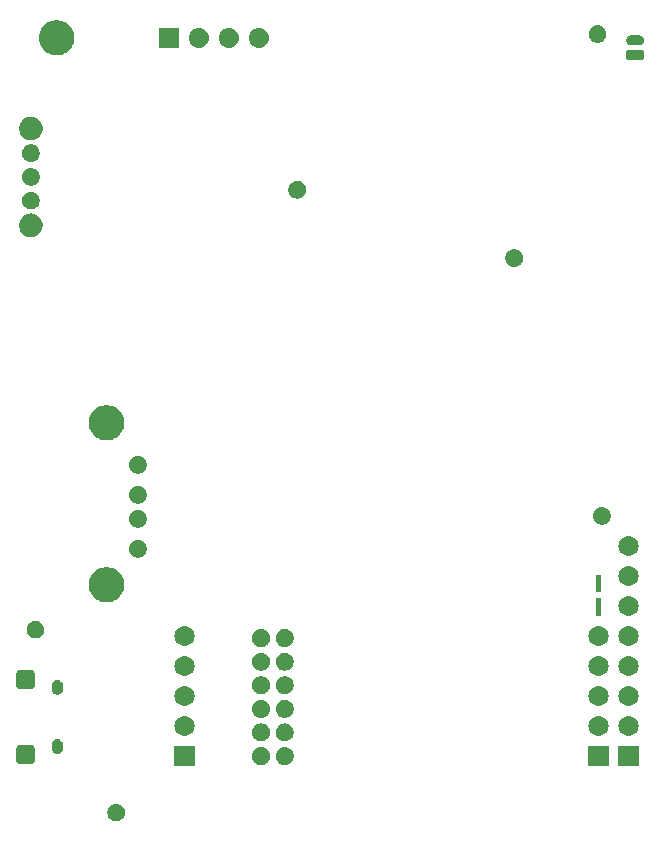
<source format=gbr>
G04 #@! TF.GenerationSoftware,KiCad,Pcbnew,(6.0.0-rc1-dev-1413-ga48e89956)*
G04 #@! TF.CreationDate,2019-10-25T11:37:15-06:00
G04 #@! TF.ProjectId,HAT_ver_6.0,4841545f-7665-4725-9f36-2e302e6b6963,5.1.1*
G04 #@! TF.SameCoordinates,Original*
G04 #@! TF.FileFunction,Soldermask,Bot*
G04 #@! TF.FilePolarity,Negative*
%FSLAX46Y46*%
G04 Gerber Fmt 4.6, Leading zero omitted, Abs format (unit mm)*
G04 Created by KiCad (PCBNEW (6.0.0-rc1-dev-1413-ga48e89956)) date Friday, October 25, 2019 at 11:37:15 AM*
%MOMM*%
%LPD*%
G04 APERTURE LIST*
%ADD10C,0.100000*%
G04 APERTURE END LIST*
D10*
G36*
X139084318Y-131471411D02*
G01*
X139156767Y-131485822D01*
X139213303Y-131509240D01*
X139293257Y-131542358D01*
X139416100Y-131624439D01*
X139520561Y-131728900D01*
X139602642Y-131851743D01*
X139659178Y-131988234D01*
X139688000Y-132133130D01*
X139688000Y-132280870D01*
X139659178Y-132425766D01*
X139602642Y-132562257D01*
X139520561Y-132685100D01*
X139416100Y-132789561D01*
X139293257Y-132871642D01*
X139213303Y-132904760D01*
X139156767Y-132928178D01*
X139084318Y-132942589D01*
X139011870Y-132957000D01*
X138864130Y-132957000D01*
X138791682Y-132942589D01*
X138719233Y-132928178D01*
X138662697Y-132904760D01*
X138582743Y-132871642D01*
X138459900Y-132789561D01*
X138355439Y-132685100D01*
X138273358Y-132562257D01*
X138216822Y-132425766D01*
X138188000Y-132280870D01*
X138188000Y-132133130D01*
X138216822Y-131988234D01*
X138273358Y-131851743D01*
X138355439Y-131728900D01*
X138459900Y-131624439D01*
X138582743Y-131542358D01*
X138662697Y-131509240D01*
X138719233Y-131485822D01*
X138791682Y-131471411D01*
X138864130Y-131457000D01*
X139011870Y-131457000D01*
X139084318Y-131471411D01*
X139084318Y-131471411D01*
G37*
G36*
X183171200Y-128272000D02*
G01*
X181471200Y-128272000D01*
X181471200Y-126572000D01*
X183171200Y-126572000D01*
X183171200Y-128272000D01*
X183171200Y-128272000D01*
G37*
G36*
X180631200Y-128272000D02*
G01*
X178931200Y-128272000D01*
X178931200Y-126572000D01*
X180631200Y-126572000D01*
X180631200Y-128272000D01*
X180631200Y-128272000D01*
G37*
G36*
X145579200Y-128272000D02*
G01*
X143879200Y-128272000D01*
X143879200Y-126572000D01*
X145579200Y-126572000D01*
X145579200Y-128272000D01*
X145579200Y-128272000D01*
G37*
G36*
X153376195Y-126685522D02*
G01*
X153425267Y-126695283D01*
X153498251Y-126725514D01*
X153563942Y-126752724D01*
X153688750Y-126836118D01*
X153794882Y-126942250D01*
X153794884Y-126942253D01*
X153878276Y-127067058D01*
X153935717Y-127205733D01*
X153965000Y-127352950D01*
X153965000Y-127503050D01*
X153935717Y-127650267D01*
X153878276Y-127788942D01*
X153794882Y-127913750D01*
X153688750Y-128019882D01*
X153688747Y-128019884D01*
X153563942Y-128103276D01*
X153425267Y-128160717D01*
X153376195Y-128170478D01*
X153278052Y-128190000D01*
X153127948Y-128190000D01*
X153029805Y-128170478D01*
X152980733Y-128160717D01*
X152842058Y-128103276D01*
X152717253Y-128019884D01*
X152717250Y-128019882D01*
X152611118Y-127913750D01*
X152527724Y-127788942D01*
X152470283Y-127650267D01*
X152441000Y-127503050D01*
X152441000Y-127352950D01*
X152470283Y-127205733D01*
X152527724Y-127067058D01*
X152611116Y-126942253D01*
X152611118Y-126942250D01*
X152717250Y-126836118D01*
X152842058Y-126752724D01*
X152907749Y-126725514D01*
X152980733Y-126695283D01*
X153029805Y-126685522D01*
X153127948Y-126666000D01*
X153278052Y-126666000D01*
X153376195Y-126685522D01*
X153376195Y-126685522D01*
G37*
G36*
X151376195Y-126685522D02*
G01*
X151425267Y-126695283D01*
X151498251Y-126725514D01*
X151563942Y-126752724D01*
X151688750Y-126836118D01*
X151794882Y-126942250D01*
X151794884Y-126942253D01*
X151878276Y-127067058D01*
X151935717Y-127205733D01*
X151965000Y-127352950D01*
X151965000Y-127503050D01*
X151935717Y-127650267D01*
X151878276Y-127788942D01*
X151794882Y-127913750D01*
X151688750Y-128019882D01*
X151688747Y-128019884D01*
X151563942Y-128103276D01*
X151425267Y-128160717D01*
X151376195Y-128170478D01*
X151278052Y-128190000D01*
X151127948Y-128190000D01*
X151029805Y-128170478D01*
X150980733Y-128160717D01*
X150842058Y-128103276D01*
X150717253Y-128019884D01*
X150717250Y-128019882D01*
X150611118Y-127913750D01*
X150527724Y-127788942D01*
X150470283Y-127650267D01*
X150441000Y-127503050D01*
X150441000Y-127352950D01*
X150470283Y-127205733D01*
X150527724Y-127067058D01*
X150611116Y-126942253D01*
X150611118Y-126942250D01*
X150717250Y-126836118D01*
X150842058Y-126752724D01*
X150907749Y-126725514D01*
X150980733Y-126695283D01*
X151029805Y-126685522D01*
X151127948Y-126666000D01*
X151278052Y-126666000D01*
X151376195Y-126685522D01*
X151376195Y-126685522D01*
G37*
G36*
X131780486Y-126470638D02*
G01*
X131841342Y-126489098D01*
X131897426Y-126519076D01*
X131946582Y-126559418D01*
X131986924Y-126608574D01*
X132016902Y-126664658D01*
X132035362Y-126725514D01*
X132042200Y-126794941D01*
X132042200Y-127782659D01*
X132035362Y-127852086D01*
X132016902Y-127912942D01*
X131986924Y-127969026D01*
X131946582Y-128018182D01*
X131897426Y-128058524D01*
X131841342Y-128088502D01*
X131780486Y-128106962D01*
X131711059Y-128113800D01*
X130823341Y-128113800D01*
X130753914Y-128106962D01*
X130693058Y-128088502D01*
X130636974Y-128058524D01*
X130587818Y-128018182D01*
X130547476Y-127969026D01*
X130517498Y-127912942D01*
X130499038Y-127852086D01*
X130492200Y-127782659D01*
X130492200Y-126794941D01*
X130499038Y-126725514D01*
X130517498Y-126664658D01*
X130547476Y-126608574D01*
X130587818Y-126559418D01*
X130636974Y-126519076D01*
X130693058Y-126489098D01*
X130753914Y-126470638D01*
X130823341Y-126463800D01*
X131711059Y-126463800D01*
X131780486Y-126470638D01*
X131780486Y-126470638D01*
G37*
G36*
X134060315Y-125995673D02*
G01*
X134112880Y-126011618D01*
X134149857Y-126022835D01*
X134232368Y-126066938D01*
X134232369Y-126066939D01*
X134232373Y-126066941D01*
X134304701Y-126126299D01*
X134304702Y-126126301D01*
X134304704Y-126126302D01*
X134364060Y-126198627D01*
X134408165Y-126281142D01*
X134435327Y-126370685D01*
X134442200Y-126440467D01*
X134442200Y-126787132D01*
X134435327Y-126856915D01*
X134408165Y-126946458D01*
X134364060Y-127028973D01*
X134304701Y-127101301D01*
X134232373Y-127160660D01*
X134149858Y-127204765D01*
X134112881Y-127215982D01*
X134060316Y-127231927D01*
X133967200Y-127241098D01*
X133874085Y-127231927D01*
X133821520Y-127215982D01*
X133784543Y-127204765D01*
X133702028Y-127160660D01*
X133629700Y-127101301D01*
X133570342Y-127028974D01*
X133526234Y-126946455D01*
X133499073Y-126856915D01*
X133492200Y-126787133D01*
X133492200Y-126440468D01*
X133499073Y-126370686D01*
X133499074Y-126370684D01*
X133526234Y-126281147D01*
X133526235Y-126281143D01*
X133570338Y-126198632D01*
X133570339Y-126198631D01*
X133570341Y-126198627D01*
X133629699Y-126126299D01*
X133629701Y-126126298D01*
X133629702Y-126126296D01*
X133702027Y-126066940D01*
X133784542Y-126022835D01*
X133821519Y-126011618D01*
X133874084Y-125995673D01*
X133967200Y-125986502D01*
X134060315Y-125995673D01*
X134060315Y-125995673D01*
G37*
G36*
X151376195Y-124685522D02*
G01*
X151425267Y-124695283D01*
X151563942Y-124752724D01*
X151688750Y-124836118D01*
X151794882Y-124942250D01*
X151878276Y-125067058D01*
X151935717Y-125205734D01*
X151965000Y-125352948D01*
X151965000Y-125503052D01*
X151947273Y-125592169D01*
X151935717Y-125650267D01*
X151901862Y-125732000D01*
X151878276Y-125788942D01*
X151794882Y-125913750D01*
X151688750Y-126019882D01*
X151688747Y-126019884D01*
X151563942Y-126103276D01*
X151425267Y-126160717D01*
X151376195Y-126170478D01*
X151278052Y-126190000D01*
X151127948Y-126190000D01*
X151029805Y-126170478D01*
X150980733Y-126160717D01*
X150842058Y-126103276D01*
X150717253Y-126019884D01*
X150717250Y-126019882D01*
X150611118Y-125913750D01*
X150527724Y-125788942D01*
X150504138Y-125732000D01*
X150470283Y-125650267D01*
X150458727Y-125592169D01*
X150441000Y-125503052D01*
X150441000Y-125352948D01*
X150470283Y-125205734D01*
X150527724Y-125067058D01*
X150611118Y-124942250D01*
X150717250Y-124836118D01*
X150842058Y-124752724D01*
X150980733Y-124695283D01*
X151029805Y-124685522D01*
X151127948Y-124666000D01*
X151278052Y-124666000D01*
X151376195Y-124685522D01*
X151376195Y-124685522D01*
G37*
G36*
X153376195Y-124685522D02*
G01*
X153425267Y-124695283D01*
X153563942Y-124752724D01*
X153688750Y-124836118D01*
X153794882Y-124942250D01*
X153878276Y-125067058D01*
X153935717Y-125205734D01*
X153965000Y-125352948D01*
X153965000Y-125503052D01*
X153947273Y-125592169D01*
X153935717Y-125650267D01*
X153901862Y-125732000D01*
X153878276Y-125788942D01*
X153794882Y-125913750D01*
X153688750Y-126019882D01*
X153688747Y-126019884D01*
X153563942Y-126103276D01*
X153425267Y-126160717D01*
X153376195Y-126170478D01*
X153278052Y-126190000D01*
X153127948Y-126190000D01*
X153029805Y-126170478D01*
X152980733Y-126160717D01*
X152842058Y-126103276D01*
X152717253Y-126019884D01*
X152717250Y-126019882D01*
X152611118Y-125913750D01*
X152527724Y-125788942D01*
X152504138Y-125732000D01*
X152470283Y-125650267D01*
X152458727Y-125592169D01*
X152441000Y-125503052D01*
X152441000Y-125352948D01*
X152470283Y-125205734D01*
X152527724Y-125067058D01*
X152611118Y-124942250D01*
X152717250Y-124836118D01*
X152842058Y-124752724D01*
X152980733Y-124695283D01*
X153029805Y-124685522D01*
X153127948Y-124666000D01*
X153278052Y-124666000D01*
X153376195Y-124685522D01*
X153376195Y-124685522D01*
G37*
G36*
X182487830Y-124044299D02*
G01*
X182648055Y-124092903D01*
X182795720Y-124171831D01*
X182925149Y-124278051D01*
X183031369Y-124407480D01*
X183110297Y-124555145D01*
X183158901Y-124715370D01*
X183175312Y-124882000D01*
X183158901Y-125048630D01*
X183110297Y-125208855D01*
X183031369Y-125356520D01*
X182925149Y-125485949D01*
X182795720Y-125592169D01*
X182648055Y-125671097D01*
X182487830Y-125719701D01*
X182362952Y-125732000D01*
X182279448Y-125732000D01*
X182154570Y-125719701D01*
X181994345Y-125671097D01*
X181846680Y-125592169D01*
X181717251Y-125485949D01*
X181611031Y-125356520D01*
X181532103Y-125208855D01*
X181483499Y-125048630D01*
X181467088Y-124882000D01*
X181483499Y-124715370D01*
X181532103Y-124555145D01*
X181611031Y-124407480D01*
X181717251Y-124278051D01*
X181846680Y-124171831D01*
X181994345Y-124092903D01*
X182154570Y-124044299D01*
X182279448Y-124032000D01*
X182362952Y-124032000D01*
X182487830Y-124044299D01*
X182487830Y-124044299D01*
G37*
G36*
X179947830Y-124044299D02*
G01*
X180108055Y-124092903D01*
X180255720Y-124171831D01*
X180385149Y-124278051D01*
X180491369Y-124407480D01*
X180570297Y-124555145D01*
X180618901Y-124715370D01*
X180635312Y-124882000D01*
X180618901Y-125048630D01*
X180570297Y-125208855D01*
X180491369Y-125356520D01*
X180385149Y-125485949D01*
X180255720Y-125592169D01*
X180108055Y-125671097D01*
X179947830Y-125719701D01*
X179822952Y-125732000D01*
X179739448Y-125732000D01*
X179614570Y-125719701D01*
X179454345Y-125671097D01*
X179306680Y-125592169D01*
X179177251Y-125485949D01*
X179071031Y-125356520D01*
X178992103Y-125208855D01*
X178943499Y-125048630D01*
X178927088Y-124882000D01*
X178943499Y-124715370D01*
X178992103Y-124555145D01*
X179071031Y-124407480D01*
X179177251Y-124278051D01*
X179306680Y-124171831D01*
X179454345Y-124092903D01*
X179614570Y-124044299D01*
X179739448Y-124032000D01*
X179822952Y-124032000D01*
X179947830Y-124044299D01*
X179947830Y-124044299D01*
G37*
G36*
X144895830Y-124044299D02*
G01*
X145056055Y-124092903D01*
X145203720Y-124171831D01*
X145333149Y-124278051D01*
X145439369Y-124407480D01*
X145518297Y-124555145D01*
X145566901Y-124715370D01*
X145583312Y-124882000D01*
X145566901Y-125048630D01*
X145518297Y-125208855D01*
X145439369Y-125356520D01*
X145333149Y-125485949D01*
X145203720Y-125592169D01*
X145056055Y-125671097D01*
X144895830Y-125719701D01*
X144770952Y-125732000D01*
X144687448Y-125732000D01*
X144562570Y-125719701D01*
X144402345Y-125671097D01*
X144254680Y-125592169D01*
X144125251Y-125485949D01*
X144019031Y-125356520D01*
X143940103Y-125208855D01*
X143891499Y-125048630D01*
X143875088Y-124882000D01*
X143891499Y-124715370D01*
X143940103Y-124555145D01*
X144019031Y-124407480D01*
X144125251Y-124278051D01*
X144254680Y-124171831D01*
X144402345Y-124092903D01*
X144562570Y-124044299D01*
X144687448Y-124032000D01*
X144770952Y-124032000D01*
X144895830Y-124044299D01*
X144895830Y-124044299D01*
G37*
G36*
X153376195Y-122685522D02*
G01*
X153425267Y-122695283D01*
X153563942Y-122752724D01*
X153688750Y-122836118D01*
X153794882Y-122942250D01*
X153794884Y-122942253D01*
X153878276Y-123067058D01*
X153930029Y-123192000D01*
X153935717Y-123205734D01*
X153965000Y-123352948D01*
X153965000Y-123503052D01*
X153935717Y-123650266D01*
X153878276Y-123788942D01*
X153794882Y-123913750D01*
X153688750Y-124019882D01*
X153688747Y-124019884D01*
X153563942Y-124103276D01*
X153425267Y-124160717D01*
X153376195Y-124170478D01*
X153278052Y-124190000D01*
X153127948Y-124190000D01*
X153029805Y-124170478D01*
X152980733Y-124160717D01*
X152842058Y-124103276D01*
X152717253Y-124019884D01*
X152717250Y-124019882D01*
X152611118Y-123913750D01*
X152527724Y-123788942D01*
X152470283Y-123650266D01*
X152441000Y-123503052D01*
X152441000Y-123352948D01*
X152470283Y-123205734D01*
X152475972Y-123192000D01*
X152527724Y-123067058D01*
X152611116Y-122942253D01*
X152611118Y-122942250D01*
X152717250Y-122836118D01*
X152842058Y-122752724D01*
X152980733Y-122695283D01*
X153029805Y-122685522D01*
X153127948Y-122666000D01*
X153278052Y-122666000D01*
X153376195Y-122685522D01*
X153376195Y-122685522D01*
G37*
G36*
X151376195Y-122685522D02*
G01*
X151425267Y-122695283D01*
X151563942Y-122752724D01*
X151688750Y-122836118D01*
X151794882Y-122942250D01*
X151794884Y-122942253D01*
X151878276Y-123067058D01*
X151930029Y-123192000D01*
X151935717Y-123205734D01*
X151965000Y-123352948D01*
X151965000Y-123503052D01*
X151935717Y-123650266D01*
X151878276Y-123788942D01*
X151794882Y-123913750D01*
X151688750Y-124019882D01*
X151688747Y-124019884D01*
X151563942Y-124103276D01*
X151425267Y-124160717D01*
X151376195Y-124170478D01*
X151278052Y-124190000D01*
X151127948Y-124190000D01*
X151029805Y-124170478D01*
X150980733Y-124160717D01*
X150842058Y-124103276D01*
X150717253Y-124019884D01*
X150717250Y-124019882D01*
X150611118Y-123913750D01*
X150527724Y-123788942D01*
X150470283Y-123650266D01*
X150441000Y-123503052D01*
X150441000Y-123352948D01*
X150470283Y-123205734D01*
X150475972Y-123192000D01*
X150527724Y-123067058D01*
X150611116Y-122942253D01*
X150611118Y-122942250D01*
X150717250Y-122836118D01*
X150842058Y-122752724D01*
X150980733Y-122695283D01*
X151029805Y-122685522D01*
X151127948Y-122666000D01*
X151278052Y-122666000D01*
X151376195Y-122685522D01*
X151376195Y-122685522D01*
G37*
G36*
X144895830Y-121504299D02*
G01*
X145056055Y-121552903D01*
X145203720Y-121631831D01*
X145333149Y-121738051D01*
X145439369Y-121867480D01*
X145518297Y-122015145D01*
X145566901Y-122175370D01*
X145583312Y-122342000D01*
X145566901Y-122508630D01*
X145518297Y-122668855D01*
X145439369Y-122816520D01*
X145333149Y-122945949D01*
X145203720Y-123052169D01*
X145056055Y-123131097D01*
X144895830Y-123179701D01*
X144770952Y-123192000D01*
X144687448Y-123192000D01*
X144562570Y-123179701D01*
X144402345Y-123131097D01*
X144254680Y-123052169D01*
X144125251Y-122945949D01*
X144019031Y-122816520D01*
X143940103Y-122668855D01*
X143891499Y-122508630D01*
X143875088Y-122342000D01*
X143891499Y-122175370D01*
X143940103Y-122015145D01*
X144019031Y-121867480D01*
X144125251Y-121738051D01*
X144254680Y-121631831D01*
X144402345Y-121552903D01*
X144562570Y-121504299D01*
X144687448Y-121492000D01*
X144770952Y-121492000D01*
X144895830Y-121504299D01*
X144895830Y-121504299D01*
G37*
G36*
X179947830Y-121504299D02*
G01*
X180108055Y-121552903D01*
X180255720Y-121631831D01*
X180385149Y-121738051D01*
X180491369Y-121867480D01*
X180570297Y-122015145D01*
X180618901Y-122175370D01*
X180635312Y-122342000D01*
X180618901Y-122508630D01*
X180570297Y-122668855D01*
X180491369Y-122816520D01*
X180385149Y-122945949D01*
X180255720Y-123052169D01*
X180108055Y-123131097D01*
X179947830Y-123179701D01*
X179822952Y-123192000D01*
X179739448Y-123192000D01*
X179614570Y-123179701D01*
X179454345Y-123131097D01*
X179306680Y-123052169D01*
X179177251Y-122945949D01*
X179071031Y-122816520D01*
X178992103Y-122668855D01*
X178943499Y-122508630D01*
X178927088Y-122342000D01*
X178943499Y-122175370D01*
X178992103Y-122015145D01*
X179071031Y-121867480D01*
X179177251Y-121738051D01*
X179306680Y-121631831D01*
X179454345Y-121552903D01*
X179614570Y-121504299D01*
X179739448Y-121492000D01*
X179822952Y-121492000D01*
X179947830Y-121504299D01*
X179947830Y-121504299D01*
G37*
G36*
X182487830Y-121504299D02*
G01*
X182648055Y-121552903D01*
X182795720Y-121631831D01*
X182925149Y-121738051D01*
X183031369Y-121867480D01*
X183110297Y-122015145D01*
X183158901Y-122175370D01*
X183175312Y-122342000D01*
X183158901Y-122508630D01*
X183110297Y-122668855D01*
X183031369Y-122816520D01*
X182925149Y-122945949D01*
X182795720Y-123052169D01*
X182648055Y-123131097D01*
X182487830Y-123179701D01*
X182362952Y-123192000D01*
X182279448Y-123192000D01*
X182154570Y-123179701D01*
X181994345Y-123131097D01*
X181846680Y-123052169D01*
X181717251Y-122945949D01*
X181611031Y-122816520D01*
X181532103Y-122668855D01*
X181483499Y-122508630D01*
X181467088Y-122342000D01*
X181483499Y-122175370D01*
X181532103Y-122015145D01*
X181611031Y-121867480D01*
X181717251Y-121738051D01*
X181846680Y-121631831D01*
X181994345Y-121552903D01*
X182154570Y-121504299D01*
X182279448Y-121492000D01*
X182362952Y-121492000D01*
X182487830Y-121504299D01*
X182487830Y-121504299D01*
G37*
G36*
X134060315Y-120995673D02*
G01*
X134112880Y-121011618D01*
X134149857Y-121022835D01*
X134232368Y-121066938D01*
X134232369Y-121066939D01*
X134232373Y-121066941D01*
X134304701Y-121126299D01*
X134304702Y-121126301D01*
X134304704Y-121126302D01*
X134364060Y-121198627D01*
X134408165Y-121281142D01*
X134435327Y-121370685D01*
X134442200Y-121440467D01*
X134442200Y-121787132D01*
X134435327Y-121856915D01*
X134408165Y-121946458D01*
X134364060Y-122028973D01*
X134304701Y-122101301D01*
X134232373Y-122160660D01*
X134149858Y-122204765D01*
X134112881Y-122215982D01*
X134060316Y-122231927D01*
X133967200Y-122241098D01*
X133874085Y-122231927D01*
X133821520Y-122215982D01*
X133784543Y-122204765D01*
X133702028Y-122160660D01*
X133629700Y-122101301D01*
X133570342Y-122028974D01*
X133526234Y-121946455D01*
X133499073Y-121856915D01*
X133492200Y-121787133D01*
X133492200Y-121440468D01*
X133499073Y-121370686D01*
X133499074Y-121370684D01*
X133526234Y-121281147D01*
X133526235Y-121281143D01*
X133570338Y-121198632D01*
X133570339Y-121198631D01*
X133570341Y-121198627D01*
X133629699Y-121126299D01*
X133629701Y-121126298D01*
X133629702Y-121126296D01*
X133702027Y-121066940D01*
X133784542Y-121022835D01*
X133821519Y-121011618D01*
X133874084Y-120995673D01*
X133967200Y-120986502D01*
X134060315Y-120995673D01*
X134060315Y-120995673D01*
G37*
G36*
X153376195Y-120685522D02*
G01*
X153425267Y-120695283D01*
X153563942Y-120752724D01*
X153688750Y-120836118D01*
X153794882Y-120942250D01*
X153794884Y-120942253D01*
X153878276Y-121067058D01*
X153932776Y-121198632D01*
X153935717Y-121205734D01*
X153965000Y-121352948D01*
X153965000Y-121503052D01*
X153955084Y-121552903D01*
X153935717Y-121650267D01*
X153888690Y-121763800D01*
X153878276Y-121788942D01*
X153794882Y-121913750D01*
X153688750Y-122019882D01*
X153688747Y-122019884D01*
X153563942Y-122103276D01*
X153425267Y-122160717D01*
X153376195Y-122170478D01*
X153278052Y-122190000D01*
X153127948Y-122190000D01*
X153029805Y-122170478D01*
X152980733Y-122160717D01*
X152842058Y-122103276D01*
X152717253Y-122019884D01*
X152717250Y-122019882D01*
X152611118Y-121913750D01*
X152527724Y-121788942D01*
X152517310Y-121763800D01*
X152470283Y-121650267D01*
X152450916Y-121552903D01*
X152441000Y-121503052D01*
X152441000Y-121352948D01*
X152470283Y-121205734D01*
X152473225Y-121198632D01*
X152527724Y-121067058D01*
X152611116Y-120942253D01*
X152611118Y-120942250D01*
X152717250Y-120836118D01*
X152842058Y-120752724D01*
X152980733Y-120695283D01*
X153029805Y-120685522D01*
X153127948Y-120666000D01*
X153278052Y-120666000D01*
X153376195Y-120685522D01*
X153376195Y-120685522D01*
G37*
G36*
X151376195Y-120685522D02*
G01*
X151425267Y-120695283D01*
X151563942Y-120752724D01*
X151688750Y-120836118D01*
X151794882Y-120942250D01*
X151794884Y-120942253D01*
X151878276Y-121067058D01*
X151932776Y-121198632D01*
X151935717Y-121205734D01*
X151965000Y-121352948D01*
X151965000Y-121503052D01*
X151955084Y-121552903D01*
X151935717Y-121650267D01*
X151888690Y-121763800D01*
X151878276Y-121788942D01*
X151794882Y-121913750D01*
X151688750Y-122019882D01*
X151688747Y-122019884D01*
X151563942Y-122103276D01*
X151425267Y-122160717D01*
X151376195Y-122170478D01*
X151278052Y-122190000D01*
X151127948Y-122190000D01*
X151029805Y-122170478D01*
X150980733Y-122160717D01*
X150842058Y-122103276D01*
X150717253Y-122019884D01*
X150717250Y-122019882D01*
X150611118Y-121913750D01*
X150527724Y-121788942D01*
X150517310Y-121763800D01*
X150470283Y-121650267D01*
X150450916Y-121552903D01*
X150441000Y-121503052D01*
X150441000Y-121352948D01*
X150470283Y-121205734D01*
X150473225Y-121198632D01*
X150527724Y-121067058D01*
X150611116Y-120942253D01*
X150611118Y-120942250D01*
X150717250Y-120836118D01*
X150842058Y-120752724D01*
X150980733Y-120695283D01*
X151029805Y-120685522D01*
X151127948Y-120666000D01*
X151278052Y-120666000D01*
X151376195Y-120685522D01*
X151376195Y-120685522D01*
G37*
G36*
X131780486Y-120120638D02*
G01*
X131841342Y-120139098D01*
X131897426Y-120169076D01*
X131946582Y-120209418D01*
X131986924Y-120258574D01*
X132016902Y-120314658D01*
X132035362Y-120375514D01*
X132042200Y-120444941D01*
X132042200Y-121432659D01*
X132035362Y-121502086D01*
X132016902Y-121562942D01*
X131986924Y-121619026D01*
X131946582Y-121668182D01*
X131897426Y-121708524D01*
X131841342Y-121738502D01*
X131780486Y-121756962D01*
X131711059Y-121763800D01*
X130823341Y-121763800D01*
X130753914Y-121756962D01*
X130693058Y-121738502D01*
X130636974Y-121708524D01*
X130587818Y-121668182D01*
X130547476Y-121619026D01*
X130517498Y-121562942D01*
X130499038Y-121502086D01*
X130492200Y-121432659D01*
X130492200Y-120444941D01*
X130499038Y-120375514D01*
X130517498Y-120314658D01*
X130547476Y-120258574D01*
X130587818Y-120209418D01*
X130636974Y-120169076D01*
X130693058Y-120139098D01*
X130753914Y-120120638D01*
X130823341Y-120113800D01*
X131711059Y-120113800D01*
X131780486Y-120120638D01*
X131780486Y-120120638D01*
G37*
G36*
X144895830Y-118964299D02*
G01*
X145056055Y-119012903D01*
X145203720Y-119091831D01*
X145333149Y-119198051D01*
X145439369Y-119327480D01*
X145518297Y-119475145D01*
X145566901Y-119635370D01*
X145583312Y-119802000D01*
X145566901Y-119968630D01*
X145518297Y-120128855D01*
X145439369Y-120276520D01*
X145333149Y-120405949D01*
X145203720Y-120512169D01*
X145056055Y-120591097D01*
X144895830Y-120639701D01*
X144770952Y-120652000D01*
X144687448Y-120652000D01*
X144562570Y-120639701D01*
X144402345Y-120591097D01*
X144254680Y-120512169D01*
X144125251Y-120405949D01*
X144019031Y-120276520D01*
X143940103Y-120128855D01*
X143891499Y-119968630D01*
X143875088Y-119802000D01*
X143891499Y-119635370D01*
X143940103Y-119475145D01*
X144019031Y-119327480D01*
X144125251Y-119198051D01*
X144254680Y-119091831D01*
X144402345Y-119012903D01*
X144562570Y-118964299D01*
X144687448Y-118952000D01*
X144770952Y-118952000D01*
X144895830Y-118964299D01*
X144895830Y-118964299D01*
G37*
G36*
X179947830Y-118964299D02*
G01*
X180108055Y-119012903D01*
X180255720Y-119091831D01*
X180385149Y-119198051D01*
X180491369Y-119327480D01*
X180570297Y-119475145D01*
X180618901Y-119635370D01*
X180635312Y-119802000D01*
X180618901Y-119968630D01*
X180570297Y-120128855D01*
X180491369Y-120276520D01*
X180385149Y-120405949D01*
X180255720Y-120512169D01*
X180108055Y-120591097D01*
X179947830Y-120639701D01*
X179822952Y-120652000D01*
X179739448Y-120652000D01*
X179614570Y-120639701D01*
X179454345Y-120591097D01*
X179306680Y-120512169D01*
X179177251Y-120405949D01*
X179071031Y-120276520D01*
X178992103Y-120128855D01*
X178943499Y-119968630D01*
X178927088Y-119802000D01*
X178943499Y-119635370D01*
X178992103Y-119475145D01*
X179071031Y-119327480D01*
X179177251Y-119198051D01*
X179306680Y-119091831D01*
X179454345Y-119012903D01*
X179614570Y-118964299D01*
X179739448Y-118952000D01*
X179822952Y-118952000D01*
X179947830Y-118964299D01*
X179947830Y-118964299D01*
G37*
G36*
X182487830Y-118964299D02*
G01*
X182648055Y-119012903D01*
X182795720Y-119091831D01*
X182925149Y-119198051D01*
X183031369Y-119327480D01*
X183110297Y-119475145D01*
X183158901Y-119635370D01*
X183175312Y-119802000D01*
X183158901Y-119968630D01*
X183110297Y-120128855D01*
X183031369Y-120276520D01*
X182925149Y-120405949D01*
X182795720Y-120512169D01*
X182648055Y-120591097D01*
X182487830Y-120639701D01*
X182362952Y-120652000D01*
X182279448Y-120652000D01*
X182154570Y-120639701D01*
X181994345Y-120591097D01*
X181846680Y-120512169D01*
X181717251Y-120405949D01*
X181611031Y-120276520D01*
X181532103Y-120128855D01*
X181483499Y-119968630D01*
X181467088Y-119802000D01*
X181483499Y-119635370D01*
X181532103Y-119475145D01*
X181611031Y-119327480D01*
X181717251Y-119198051D01*
X181846680Y-119091831D01*
X181994345Y-119012903D01*
X182154570Y-118964299D01*
X182279448Y-118952000D01*
X182362952Y-118952000D01*
X182487830Y-118964299D01*
X182487830Y-118964299D01*
G37*
G36*
X153376195Y-118685522D02*
G01*
X153425267Y-118695283D01*
X153563942Y-118752724D01*
X153688750Y-118836118D01*
X153794882Y-118942250D01*
X153878276Y-119067058D01*
X153935717Y-119205734D01*
X153965000Y-119352948D01*
X153965000Y-119503052D01*
X153935717Y-119650266D01*
X153878276Y-119788942D01*
X153794882Y-119913750D01*
X153688750Y-120019882D01*
X153688747Y-120019884D01*
X153563942Y-120103276D01*
X153425267Y-120160717D01*
X153383243Y-120169076D01*
X153278052Y-120190000D01*
X153127948Y-120190000D01*
X153022757Y-120169076D01*
X152980733Y-120160717D01*
X152842058Y-120103276D01*
X152717253Y-120019884D01*
X152717250Y-120019882D01*
X152611118Y-119913750D01*
X152527724Y-119788942D01*
X152470283Y-119650266D01*
X152441000Y-119503052D01*
X152441000Y-119352948D01*
X152470283Y-119205734D01*
X152527724Y-119067058D01*
X152611118Y-118942250D01*
X152717250Y-118836118D01*
X152842058Y-118752724D01*
X152980733Y-118695283D01*
X153029805Y-118685522D01*
X153127948Y-118666000D01*
X153278052Y-118666000D01*
X153376195Y-118685522D01*
X153376195Y-118685522D01*
G37*
G36*
X151376195Y-118685522D02*
G01*
X151425267Y-118695283D01*
X151563942Y-118752724D01*
X151688750Y-118836118D01*
X151794882Y-118942250D01*
X151878276Y-119067058D01*
X151935717Y-119205734D01*
X151965000Y-119352948D01*
X151965000Y-119503052D01*
X151935717Y-119650266D01*
X151878276Y-119788942D01*
X151794882Y-119913750D01*
X151688750Y-120019882D01*
X151688747Y-120019884D01*
X151563942Y-120103276D01*
X151425267Y-120160717D01*
X151383243Y-120169076D01*
X151278052Y-120190000D01*
X151127948Y-120190000D01*
X151022757Y-120169076D01*
X150980733Y-120160717D01*
X150842058Y-120103276D01*
X150717253Y-120019884D01*
X150717250Y-120019882D01*
X150611118Y-119913750D01*
X150527724Y-119788942D01*
X150470283Y-119650266D01*
X150441000Y-119503052D01*
X150441000Y-119352948D01*
X150470283Y-119205734D01*
X150527724Y-119067058D01*
X150611118Y-118942250D01*
X150717250Y-118836118D01*
X150842058Y-118752724D01*
X150980733Y-118695283D01*
X151029805Y-118685522D01*
X151127948Y-118666000D01*
X151278052Y-118666000D01*
X151376195Y-118685522D01*
X151376195Y-118685522D01*
G37*
G36*
X151376195Y-116685522D02*
G01*
X151425267Y-116695283D01*
X151563942Y-116752724D01*
X151688750Y-116836118D01*
X151794882Y-116942250D01*
X151794884Y-116942253D01*
X151878276Y-117067058D01*
X151929656Y-117191100D01*
X151935717Y-117205734D01*
X151965000Y-117352948D01*
X151965000Y-117503052D01*
X151935717Y-117650266D01*
X151878276Y-117788942D01*
X151794882Y-117913750D01*
X151688750Y-118019882D01*
X151688747Y-118019884D01*
X151563942Y-118103276D01*
X151425267Y-118160717D01*
X151376195Y-118170478D01*
X151278052Y-118190000D01*
X151127948Y-118190000D01*
X151029805Y-118170478D01*
X150980733Y-118160717D01*
X150842058Y-118103276D01*
X150717253Y-118019884D01*
X150717250Y-118019882D01*
X150611118Y-117913750D01*
X150527724Y-117788942D01*
X150470283Y-117650266D01*
X150441000Y-117503052D01*
X150441000Y-117352948D01*
X150470283Y-117205734D01*
X150476345Y-117191100D01*
X150527724Y-117067058D01*
X150611116Y-116942253D01*
X150611118Y-116942250D01*
X150717250Y-116836118D01*
X150842058Y-116752724D01*
X150980733Y-116695283D01*
X151029805Y-116685522D01*
X151127948Y-116666000D01*
X151278052Y-116666000D01*
X151376195Y-116685522D01*
X151376195Y-116685522D01*
G37*
G36*
X153376195Y-116685522D02*
G01*
X153425267Y-116695283D01*
X153563942Y-116752724D01*
X153688750Y-116836118D01*
X153794882Y-116942250D01*
X153794884Y-116942253D01*
X153878276Y-117067058D01*
X153929656Y-117191100D01*
X153935717Y-117205734D01*
X153965000Y-117352948D01*
X153965000Y-117503052D01*
X153935717Y-117650266D01*
X153878276Y-117788942D01*
X153794882Y-117913750D01*
X153688750Y-118019882D01*
X153688747Y-118019884D01*
X153563942Y-118103276D01*
X153425267Y-118160717D01*
X153376195Y-118170478D01*
X153278052Y-118190000D01*
X153127948Y-118190000D01*
X153029805Y-118170478D01*
X152980733Y-118160717D01*
X152842058Y-118103276D01*
X152717253Y-118019884D01*
X152717250Y-118019882D01*
X152611118Y-117913750D01*
X152527724Y-117788942D01*
X152470283Y-117650266D01*
X152441000Y-117503052D01*
X152441000Y-117352948D01*
X152470283Y-117205734D01*
X152476345Y-117191100D01*
X152527724Y-117067058D01*
X152611116Y-116942253D01*
X152611118Y-116942250D01*
X152717250Y-116836118D01*
X152842058Y-116752724D01*
X152980733Y-116695283D01*
X153029805Y-116685522D01*
X153127948Y-116666000D01*
X153278052Y-116666000D01*
X153376195Y-116685522D01*
X153376195Y-116685522D01*
G37*
G36*
X144895830Y-116424299D02*
G01*
X145056055Y-116472903D01*
X145203720Y-116551831D01*
X145333149Y-116658051D01*
X145439369Y-116787480D01*
X145518297Y-116935145D01*
X145566901Y-117095370D01*
X145583312Y-117262000D01*
X145566901Y-117428630D01*
X145518297Y-117588855D01*
X145439369Y-117736520D01*
X145333149Y-117865949D01*
X145203720Y-117972169D01*
X145056055Y-118051097D01*
X144895830Y-118099701D01*
X144770952Y-118112000D01*
X144687448Y-118112000D01*
X144562570Y-118099701D01*
X144402345Y-118051097D01*
X144254680Y-117972169D01*
X144125251Y-117865949D01*
X144019031Y-117736520D01*
X143940103Y-117588855D01*
X143891499Y-117428630D01*
X143875088Y-117262000D01*
X143891499Y-117095370D01*
X143940103Y-116935145D01*
X144019031Y-116787480D01*
X144125251Y-116658051D01*
X144254680Y-116551831D01*
X144402345Y-116472903D01*
X144562570Y-116424299D01*
X144687448Y-116412000D01*
X144770952Y-116412000D01*
X144895830Y-116424299D01*
X144895830Y-116424299D01*
G37*
G36*
X182487830Y-116424299D02*
G01*
X182648055Y-116472903D01*
X182795720Y-116551831D01*
X182925149Y-116658051D01*
X183031369Y-116787480D01*
X183110297Y-116935145D01*
X183158901Y-117095370D01*
X183175312Y-117262000D01*
X183158901Y-117428630D01*
X183110297Y-117588855D01*
X183031369Y-117736520D01*
X182925149Y-117865949D01*
X182795720Y-117972169D01*
X182648055Y-118051097D01*
X182487830Y-118099701D01*
X182362952Y-118112000D01*
X182279448Y-118112000D01*
X182154570Y-118099701D01*
X181994345Y-118051097D01*
X181846680Y-117972169D01*
X181717251Y-117865949D01*
X181611031Y-117736520D01*
X181532103Y-117588855D01*
X181483499Y-117428630D01*
X181467088Y-117262000D01*
X181483499Y-117095370D01*
X181532103Y-116935145D01*
X181611031Y-116787480D01*
X181717251Y-116658051D01*
X181846680Y-116551831D01*
X181994345Y-116472903D01*
X182154570Y-116424299D01*
X182279448Y-116412000D01*
X182362952Y-116412000D01*
X182487830Y-116424299D01*
X182487830Y-116424299D01*
G37*
G36*
X179947830Y-116424299D02*
G01*
X180108055Y-116472903D01*
X180255720Y-116551831D01*
X180385149Y-116658051D01*
X180491369Y-116787480D01*
X180570297Y-116935145D01*
X180618901Y-117095370D01*
X180635312Y-117262000D01*
X180618901Y-117428630D01*
X180570297Y-117588855D01*
X180491369Y-117736520D01*
X180385149Y-117865949D01*
X180255720Y-117972169D01*
X180108055Y-118051097D01*
X179947830Y-118099701D01*
X179822952Y-118112000D01*
X179739448Y-118112000D01*
X179614570Y-118099701D01*
X179454345Y-118051097D01*
X179306680Y-117972169D01*
X179177251Y-117865949D01*
X179071031Y-117736520D01*
X178992103Y-117588855D01*
X178943499Y-117428630D01*
X178927088Y-117262000D01*
X178943499Y-117095370D01*
X178992103Y-116935145D01*
X179071031Y-116787480D01*
X179177251Y-116658051D01*
X179306680Y-116551831D01*
X179454345Y-116472903D01*
X179614570Y-116424299D01*
X179739448Y-116412000D01*
X179822952Y-116412000D01*
X179947830Y-116424299D01*
X179947830Y-116424299D01*
G37*
G36*
X132251718Y-115977411D02*
G01*
X132324167Y-115991822D01*
X132380703Y-116015240D01*
X132460657Y-116048358D01*
X132583500Y-116130439D01*
X132687961Y-116234900D01*
X132770042Y-116357743D01*
X132792516Y-116412000D01*
X132817743Y-116472903D01*
X132826578Y-116494234D01*
X132855400Y-116639130D01*
X132855400Y-116786870D01*
X132855278Y-116787481D01*
X132826578Y-116931767D01*
X132803160Y-116988303D01*
X132770042Y-117068257D01*
X132687961Y-117191100D01*
X132583500Y-117295561D01*
X132460657Y-117377642D01*
X132380703Y-117410760D01*
X132324167Y-117434178D01*
X132251718Y-117448589D01*
X132179270Y-117463000D01*
X132031530Y-117463000D01*
X131959082Y-117448589D01*
X131886633Y-117434178D01*
X131830097Y-117410760D01*
X131750143Y-117377642D01*
X131627300Y-117295561D01*
X131522839Y-117191100D01*
X131440758Y-117068257D01*
X131407640Y-116988303D01*
X131384222Y-116931767D01*
X131355522Y-116787481D01*
X131355400Y-116786870D01*
X131355400Y-116639130D01*
X131384222Y-116494234D01*
X131393058Y-116472903D01*
X131418284Y-116412000D01*
X131440758Y-116357743D01*
X131522839Y-116234900D01*
X131627300Y-116130439D01*
X131750143Y-116048358D01*
X131830097Y-116015240D01*
X131886633Y-115991822D01*
X131959082Y-115977411D01*
X132031530Y-115963000D01*
X132179270Y-115963000D01*
X132251718Y-115977411D01*
X132251718Y-115977411D01*
G37*
G36*
X182487830Y-113884299D02*
G01*
X182648055Y-113932903D01*
X182795720Y-114011831D01*
X182925149Y-114118051D01*
X183031369Y-114247480D01*
X183110297Y-114395145D01*
X183158901Y-114555370D01*
X183175312Y-114722000D01*
X183158901Y-114888630D01*
X183110297Y-115048855D01*
X183031369Y-115196520D01*
X182925149Y-115325949D01*
X182795720Y-115432169D01*
X182648055Y-115511097D01*
X182487830Y-115559701D01*
X182362952Y-115572000D01*
X182279448Y-115572000D01*
X182154570Y-115559701D01*
X181994345Y-115511097D01*
X181846680Y-115432169D01*
X181717251Y-115325949D01*
X181611031Y-115196520D01*
X181532103Y-115048855D01*
X181483499Y-114888630D01*
X181467088Y-114722000D01*
X181483499Y-114555370D01*
X181532103Y-114395145D01*
X181611031Y-114247480D01*
X181717251Y-114118051D01*
X181846680Y-114011831D01*
X181994345Y-113932903D01*
X182154570Y-113884299D01*
X182279448Y-113872000D01*
X182362952Y-113872000D01*
X182487830Y-113884299D01*
X182487830Y-113884299D01*
G37*
G36*
X179955800Y-115558000D02*
G01*
X179555800Y-115558000D01*
X179555800Y-114058000D01*
X179955800Y-114058000D01*
X179955800Y-115558000D01*
X179955800Y-115558000D01*
G37*
G36*
X138466105Y-111466956D02*
G01*
X138562696Y-111486169D01*
X138675759Y-111533002D01*
X138835654Y-111599232D01*
X139081314Y-111763377D01*
X139290223Y-111972286D01*
X139454368Y-112217946D01*
X139508499Y-112348630D01*
X139567431Y-112490904D01*
X139586644Y-112587495D01*
X139625070Y-112780674D01*
X139625070Y-113076126D01*
X139567431Y-113365895D01*
X139454368Y-113638854D01*
X139290223Y-113884514D01*
X139081314Y-114093423D01*
X138835654Y-114257568D01*
X138675759Y-114323798D01*
X138562696Y-114370631D01*
X138466105Y-114389844D01*
X138272926Y-114428270D01*
X137977474Y-114428270D01*
X137784295Y-114389844D01*
X137687704Y-114370631D01*
X137574641Y-114323798D01*
X137414746Y-114257568D01*
X137169086Y-114093423D01*
X136960177Y-113884514D01*
X136796032Y-113638854D01*
X136682969Y-113365895D01*
X136625330Y-113076126D01*
X136625330Y-112780674D01*
X136663756Y-112587495D01*
X136682969Y-112490904D01*
X136741901Y-112348630D01*
X136796032Y-112217946D01*
X136960177Y-111972286D01*
X137169086Y-111763377D01*
X137414746Y-111599232D01*
X137574641Y-111533002D01*
X137687704Y-111486169D01*
X137784295Y-111466956D01*
X137977474Y-111428530D01*
X138272926Y-111428530D01*
X138466105Y-111466956D01*
X138466105Y-111466956D01*
G37*
G36*
X179955800Y-113558000D02*
G01*
X179555800Y-113558000D01*
X179555800Y-112058000D01*
X179955800Y-112058000D01*
X179955800Y-113558000D01*
X179955800Y-113558000D01*
G37*
G36*
X182487830Y-111344299D02*
G01*
X182648055Y-111392903D01*
X182795720Y-111471831D01*
X182925149Y-111578051D01*
X183031369Y-111707480D01*
X183110297Y-111855145D01*
X183158901Y-112015370D01*
X183175312Y-112182000D01*
X183158901Y-112348630D01*
X183110297Y-112508855D01*
X183031369Y-112656520D01*
X182925149Y-112785949D01*
X182795720Y-112892169D01*
X182648055Y-112971097D01*
X182487830Y-113019701D01*
X182362952Y-113032000D01*
X182279448Y-113032000D01*
X182154570Y-113019701D01*
X181994345Y-112971097D01*
X181846680Y-112892169D01*
X181717251Y-112785949D01*
X181611031Y-112656520D01*
X181532103Y-112508855D01*
X181483499Y-112348630D01*
X181467088Y-112182000D01*
X181483499Y-112015370D01*
X181532103Y-111855145D01*
X181611031Y-111707480D01*
X181717251Y-111578051D01*
X181846680Y-111471831D01*
X181994345Y-111392903D01*
X182154570Y-111344299D01*
X182279448Y-111332000D01*
X182362952Y-111332000D01*
X182487830Y-111344299D01*
X182487830Y-111344299D01*
G37*
G36*
X141011133Y-109158673D02*
G01*
X141147727Y-109215252D01*
X141270664Y-109297396D01*
X141375204Y-109401936D01*
X141457348Y-109524873D01*
X141513927Y-109661467D01*
X141542770Y-109806474D01*
X141542770Y-109954326D01*
X141513927Y-110099333D01*
X141457348Y-110235927D01*
X141375204Y-110358864D01*
X141270664Y-110463404D01*
X141147727Y-110545548D01*
X141011133Y-110602127D01*
X140866126Y-110630970D01*
X140718274Y-110630970D01*
X140573267Y-110602127D01*
X140436673Y-110545548D01*
X140313736Y-110463404D01*
X140209196Y-110358864D01*
X140127052Y-110235927D01*
X140070473Y-110099333D01*
X140041630Y-109954326D01*
X140041630Y-109806474D01*
X140070473Y-109661467D01*
X140127052Y-109524873D01*
X140209196Y-109401936D01*
X140313736Y-109297396D01*
X140436673Y-109215252D01*
X140573267Y-109158673D01*
X140718274Y-109129830D01*
X140866126Y-109129830D01*
X141011133Y-109158673D01*
X141011133Y-109158673D01*
G37*
G36*
X182487830Y-108804299D02*
G01*
X182648055Y-108852903D01*
X182795720Y-108931831D01*
X182925149Y-109038051D01*
X183031369Y-109167480D01*
X183110297Y-109315145D01*
X183158901Y-109475370D01*
X183175312Y-109642000D01*
X183158901Y-109808630D01*
X183110297Y-109968855D01*
X183031369Y-110116520D01*
X182925149Y-110245949D01*
X182795720Y-110352169D01*
X182648055Y-110431097D01*
X182487830Y-110479701D01*
X182362952Y-110492000D01*
X182279448Y-110492000D01*
X182154570Y-110479701D01*
X181994345Y-110431097D01*
X181846680Y-110352169D01*
X181717251Y-110245949D01*
X181611031Y-110116520D01*
X181532103Y-109968855D01*
X181483499Y-109808630D01*
X181467088Y-109642000D01*
X181483499Y-109475370D01*
X181532103Y-109315145D01*
X181611031Y-109167480D01*
X181717251Y-109038051D01*
X181846680Y-108931831D01*
X181994345Y-108852903D01*
X182154570Y-108804299D01*
X182279448Y-108792000D01*
X182362952Y-108792000D01*
X182487830Y-108804299D01*
X182487830Y-108804299D01*
G37*
G36*
X141011133Y-106618673D02*
G01*
X141147727Y-106675252D01*
X141270664Y-106757396D01*
X141375204Y-106861936D01*
X141457348Y-106984873D01*
X141513927Y-107121467D01*
X141542770Y-107266474D01*
X141542770Y-107414326D01*
X141513927Y-107559333D01*
X141457348Y-107695927D01*
X141375204Y-107818864D01*
X141270664Y-107923404D01*
X141147727Y-108005548D01*
X141011133Y-108062127D01*
X140866126Y-108090970D01*
X140718274Y-108090970D01*
X140573267Y-108062127D01*
X140436673Y-108005548D01*
X140313736Y-107923404D01*
X140209196Y-107818864D01*
X140127052Y-107695927D01*
X140070473Y-107559333D01*
X140041630Y-107414326D01*
X140041630Y-107266474D01*
X140070473Y-107121467D01*
X140127052Y-106984873D01*
X140209196Y-106861936D01*
X140313736Y-106757396D01*
X140436673Y-106675252D01*
X140573267Y-106618673D01*
X140718274Y-106589830D01*
X140866126Y-106589830D01*
X141011133Y-106618673D01*
X141011133Y-106618673D01*
G37*
G36*
X180206918Y-106350811D02*
G01*
X180279367Y-106365222D01*
X180335903Y-106388640D01*
X180415857Y-106421758D01*
X180538700Y-106503839D01*
X180643161Y-106608300D01*
X180725242Y-106731143D01*
X180781778Y-106867634D01*
X180805099Y-106984873D01*
X180810600Y-107012531D01*
X180810600Y-107160269D01*
X180789475Y-107266474D01*
X180781778Y-107305166D01*
X180725242Y-107441657D01*
X180643161Y-107564500D01*
X180538700Y-107668961D01*
X180415857Y-107751042D01*
X180335903Y-107784160D01*
X180279367Y-107807578D01*
X180222628Y-107818864D01*
X180134470Y-107836400D01*
X179986730Y-107836400D01*
X179898572Y-107818864D01*
X179841833Y-107807578D01*
X179785297Y-107784160D01*
X179705343Y-107751042D01*
X179582500Y-107668961D01*
X179478039Y-107564500D01*
X179395958Y-107441657D01*
X179339422Y-107305166D01*
X179331726Y-107266474D01*
X179310600Y-107160269D01*
X179310600Y-107012531D01*
X179316102Y-106984873D01*
X179339422Y-106867634D01*
X179395958Y-106731143D01*
X179478039Y-106608300D01*
X179582500Y-106503839D01*
X179705343Y-106421758D01*
X179785297Y-106388640D01*
X179841833Y-106365222D01*
X179914282Y-106350811D01*
X179986730Y-106336400D01*
X180134470Y-106336400D01*
X180206918Y-106350811D01*
X180206918Y-106350811D01*
G37*
G36*
X141011133Y-104586673D02*
G01*
X141147727Y-104643252D01*
X141270664Y-104725396D01*
X141375204Y-104829936D01*
X141457348Y-104952873D01*
X141513927Y-105089467D01*
X141542770Y-105234474D01*
X141542770Y-105382326D01*
X141513927Y-105527333D01*
X141457348Y-105663927D01*
X141375204Y-105786864D01*
X141270664Y-105891404D01*
X141147727Y-105973548D01*
X141011133Y-106030127D01*
X140866126Y-106058970D01*
X140718274Y-106058970D01*
X140573267Y-106030127D01*
X140436673Y-105973548D01*
X140313736Y-105891404D01*
X140209196Y-105786864D01*
X140127052Y-105663927D01*
X140070473Y-105527333D01*
X140041630Y-105382326D01*
X140041630Y-105234474D01*
X140070473Y-105089467D01*
X140127052Y-104952873D01*
X140209196Y-104829936D01*
X140313736Y-104725396D01*
X140436673Y-104643252D01*
X140573267Y-104586673D01*
X140718274Y-104557830D01*
X140866126Y-104557830D01*
X141011133Y-104586673D01*
X141011133Y-104586673D01*
G37*
G36*
X141011133Y-102046673D02*
G01*
X141147727Y-102103252D01*
X141270664Y-102185396D01*
X141375204Y-102289936D01*
X141457348Y-102412873D01*
X141513927Y-102549467D01*
X141542770Y-102694474D01*
X141542770Y-102842326D01*
X141513927Y-102987333D01*
X141457348Y-103123927D01*
X141375204Y-103246864D01*
X141270664Y-103351404D01*
X141147727Y-103433548D01*
X141011133Y-103490127D01*
X140866126Y-103518970D01*
X140718274Y-103518970D01*
X140573267Y-103490127D01*
X140436673Y-103433548D01*
X140313736Y-103351404D01*
X140209196Y-103246864D01*
X140127052Y-103123927D01*
X140070473Y-102987333D01*
X140041630Y-102842326D01*
X140041630Y-102694474D01*
X140070473Y-102549467D01*
X140127052Y-102412873D01*
X140209196Y-102289936D01*
X140313736Y-102185396D01*
X140436673Y-102103252D01*
X140573267Y-102046673D01*
X140718274Y-102017830D01*
X140866126Y-102017830D01*
X141011133Y-102046673D01*
X141011133Y-102046673D01*
G37*
G36*
X138466105Y-97750956D02*
G01*
X138562696Y-97770169D01*
X138675759Y-97817002D01*
X138835654Y-97883232D01*
X139081314Y-98047377D01*
X139290223Y-98256286D01*
X139454368Y-98501946D01*
X139567431Y-98774905D01*
X139625070Y-99064674D01*
X139625070Y-99360126D01*
X139567431Y-99649895D01*
X139454368Y-99922854D01*
X139290223Y-100168514D01*
X139081314Y-100377423D01*
X138835654Y-100541568D01*
X138675759Y-100607798D01*
X138562696Y-100654631D01*
X138466105Y-100673844D01*
X138272926Y-100712270D01*
X137977474Y-100712270D01*
X137784295Y-100673844D01*
X137687704Y-100654631D01*
X137574641Y-100607798D01*
X137414746Y-100541568D01*
X137169086Y-100377423D01*
X136960177Y-100168514D01*
X136796032Y-99922854D01*
X136682969Y-99649895D01*
X136625330Y-99360126D01*
X136625330Y-99064674D01*
X136682969Y-98774905D01*
X136796032Y-98501946D01*
X136960177Y-98256286D01*
X137169086Y-98047377D01*
X137414746Y-97883232D01*
X137574641Y-97817002D01*
X137687704Y-97770169D01*
X137784295Y-97750956D01*
X137977474Y-97712530D01*
X138272926Y-97712530D01*
X138466105Y-97750956D01*
X138466105Y-97750956D01*
G37*
G36*
X172790118Y-84532211D02*
G01*
X172862567Y-84546622D01*
X172919103Y-84570040D01*
X172999057Y-84603158D01*
X173121900Y-84685239D01*
X173226361Y-84789700D01*
X173308442Y-84912543D01*
X173364978Y-85049034D01*
X173393800Y-85193930D01*
X173393800Y-85341670D01*
X173364978Y-85486566D01*
X173308442Y-85623057D01*
X173226361Y-85745900D01*
X173121900Y-85850361D01*
X172999057Y-85932442D01*
X172919103Y-85965560D01*
X172862567Y-85988978D01*
X172790118Y-86003389D01*
X172717670Y-86017800D01*
X172569930Y-86017800D01*
X172497482Y-86003389D01*
X172425033Y-85988978D01*
X172368497Y-85965560D01*
X172288543Y-85932442D01*
X172165700Y-85850361D01*
X172061239Y-85745900D01*
X171979158Y-85623057D01*
X171922622Y-85486566D01*
X171893800Y-85341670D01*
X171893800Y-85193930D01*
X171922622Y-85049034D01*
X171979158Y-84912543D01*
X172061239Y-84789700D01*
X172165700Y-84685239D01*
X172288543Y-84603158D01*
X172368497Y-84570040D01*
X172425033Y-84546622D01*
X172497482Y-84532211D01*
X172569930Y-84517800D01*
X172717670Y-84517800D01*
X172790118Y-84532211D01*
X172790118Y-84532211D01*
G37*
G36*
X131900170Y-81499772D02*
G01*
X132016089Y-81522829D01*
X132198078Y-81598211D01*
X132361863Y-81707649D01*
X132501151Y-81846937D01*
X132610589Y-82010722D01*
X132685971Y-82192711D01*
X132724400Y-82385909D01*
X132724400Y-82582891D01*
X132685971Y-82776089D01*
X132610589Y-82958078D01*
X132501151Y-83121863D01*
X132361863Y-83261151D01*
X132198078Y-83370589D01*
X132016089Y-83445971D01*
X131900170Y-83469028D01*
X131822893Y-83484400D01*
X131625907Y-83484400D01*
X131548630Y-83469028D01*
X131432711Y-83445971D01*
X131250722Y-83370589D01*
X131086937Y-83261151D01*
X130947649Y-83121863D01*
X130838211Y-82958078D01*
X130762829Y-82776089D01*
X130724400Y-82582891D01*
X130724400Y-82385909D01*
X130762829Y-82192711D01*
X130838211Y-82010722D01*
X130947649Y-81846937D01*
X131086937Y-81707649D01*
X131250722Y-81598211D01*
X131432711Y-81522829D01*
X131548630Y-81499772D01*
X131625907Y-81484400D01*
X131822893Y-81484400D01*
X131900170Y-81499772D01*
X131900170Y-81499772D01*
G37*
G36*
X131870718Y-79648811D02*
G01*
X131943167Y-79663222D01*
X131999703Y-79686640D01*
X132079657Y-79719758D01*
X132202500Y-79801839D01*
X132306961Y-79906300D01*
X132389042Y-80029143D01*
X132445578Y-80165634D01*
X132474400Y-80310530D01*
X132474400Y-80458270D01*
X132445578Y-80603166D01*
X132389042Y-80739657D01*
X132306961Y-80862500D01*
X132202500Y-80966961D01*
X132079657Y-81049042D01*
X131999703Y-81082160D01*
X131943167Y-81105578D01*
X131870718Y-81119989D01*
X131798270Y-81134400D01*
X131650530Y-81134400D01*
X131578082Y-81119989D01*
X131505633Y-81105578D01*
X131449097Y-81082160D01*
X131369143Y-81049042D01*
X131246300Y-80966961D01*
X131141839Y-80862500D01*
X131059758Y-80739657D01*
X131003222Y-80603166D01*
X130974400Y-80458270D01*
X130974400Y-80310530D01*
X131003222Y-80165634D01*
X131059758Y-80029143D01*
X131141839Y-79906300D01*
X131246300Y-79801839D01*
X131369143Y-79719758D01*
X131449097Y-79686640D01*
X131505633Y-79663222D01*
X131578082Y-79648811D01*
X131650530Y-79634400D01*
X131798270Y-79634400D01*
X131870718Y-79648811D01*
X131870718Y-79648811D01*
G37*
G36*
X154419111Y-78739657D02*
G01*
X154498367Y-78755422D01*
X154554903Y-78778840D01*
X154634857Y-78811958D01*
X154757700Y-78894039D01*
X154862161Y-78998500D01*
X154944242Y-79121343D01*
X155000778Y-79257834D01*
X155029600Y-79402730D01*
X155029600Y-79550470D01*
X155000778Y-79695366D01*
X154944242Y-79831857D01*
X154862161Y-79954700D01*
X154757700Y-80059161D01*
X154634857Y-80141242D01*
X154575971Y-80165633D01*
X154498367Y-80197778D01*
X154425918Y-80212189D01*
X154353470Y-80226600D01*
X154205730Y-80226600D01*
X154133282Y-80212189D01*
X154060833Y-80197778D01*
X153983229Y-80165633D01*
X153924343Y-80141242D01*
X153801500Y-80059161D01*
X153697039Y-79954700D01*
X153614958Y-79831857D01*
X153558422Y-79695366D01*
X153529600Y-79550470D01*
X153529600Y-79402730D01*
X153558422Y-79257834D01*
X153614958Y-79121343D01*
X153697039Y-78998500D01*
X153801500Y-78894039D01*
X153924343Y-78811958D01*
X154004297Y-78778840D01*
X154060833Y-78755422D01*
X154140089Y-78739657D01*
X154205730Y-78726600D01*
X154353470Y-78726600D01*
X154419111Y-78739657D01*
X154419111Y-78739657D01*
G37*
G36*
X131870718Y-77648811D02*
G01*
X131943167Y-77663222D01*
X131999703Y-77686640D01*
X132079657Y-77719758D01*
X132202500Y-77801839D01*
X132306961Y-77906300D01*
X132389042Y-78029143D01*
X132445578Y-78165634D01*
X132474400Y-78310530D01*
X132474400Y-78458270D01*
X132445578Y-78603166D01*
X132389042Y-78739657D01*
X132306961Y-78862500D01*
X132202500Y-78966961D01*
X132079657Y-79049042D01*
X131999703Y-79082160D01*
X131943167Y-79105578D01*
X131870718Y-79119989D01*
X131798270Y-79134400D01*
X131650530Y-79134400D01*
X131578082Y-79119989D01*
X131505633Y-79105578D01*
X131449097Y-79082160D01*
X131369143Y-79049042D01*
X131246300Y-78966961D01*
X131141839Y-78862500D01*
X131059758Y-78739657D01*
X131003222Y-78603166D01*
X130974400Y-78458270D01*
X130974400Y-78310530D01*
X131003222Y-78165634D01*
X131059758Y-78029143D01*
X131141839Y-77906300D01*
X131246300Y-77801839D01*
X131369143Y-77719758D01*
X131449097Y-77686640D01*
X131505633Y-77663222D01*
X131578082Y-77648811D01*
X131650530Y-77634400D01*
X131798270Y-77634400D01*
X131870718Y-77648811D01*
X131870718Y-77648811D01*
G37*
G36*
X131870718Y-75648811D02*
G01*
X131943167Y-75663222D01*
X131999703Y-75686640D01*
X132079657Y-75719758D01*
X132202500Y-75801839D01*
X132306961Y-75906300D01*
X132389042Y-76029143D01*
X132445578Y-76165634D01*
X132474400Y-76310530D01*
X132474400Y-76458270D01*
X132445578Y-76603166D01*
X132389042Y-76739657D01*
X132306961Y-76862500D01*
X132202500Y-76966961D01*
X132079657Y-77049042D01*
X131999703Y-77082160D01*
X131943167Y-77105578D01*
X131870718Y-77119989D01*
X131798270Y-77134400D01*
X131650530Y-77134400D01*
X131578082Y-77119989D01*
X131505633Y-77105578D01*
X131449097Y-77082160D01*
X131369143Y-77049042D01*
X131246300Y-76966961D01*
X131141839Y-76862500D01*
X131059758Y-76739657D01*
X131003222Y-76603166D01*
X130974400Y-76458270D01*
X130974400Y-76310530D01*
X131003222Y-76165634D01*
X131059758Y-76029143D01*
X131141839Y-75906300D01*
X131246300Y-75801839D01*
X131369143Y-75719758D01*
X131449097Y-75686640D01*
X131505633Y-75663222D01*
X131578082Y-75648811D01*
X131650530Y-75634400D01*
X131798270Y-75634400D01*
X131870718Y-75648811D01*
X131870718Y-75648811D01*
G37*
G36*
X131900170Y-73299772D02*
G01*
X132016089Y-73322829D01*
X132198078Y-73398211D01*
X132361863Y-73507649D01*
X132501151Y-73646937D01*
X132610589Y-73810722D01*
X132685971Y-73992711D01*
X132724400Y-74185909D01*
X132724400Y-74382891D01*
X132685971Y-74576089D01*
X132610589Y-74758078D01*
X132501151Y-74921863D01*
X132361863Y-75061151D01*
X132198078Y-75170589D01*
X132016089Y-75245971D01*
X131900170Y-75269028D01*
X131822893Y-75284400D01*
X131625907Y-75284400D01*
X131548630Y-75269028D01*
X131432711Y-75245971D01*
X131250722Y-75170589D01*
X131086937Y-75061151D01*
X130947649Y-74921863D01*
X130838211Y-74758078D01*
X130762829Y-74576089D01*
X130724400Y-74382891D01*
X130724400Y-74185909D01*
X130762829Y-73992711D01*
X130838211Y-73810722D01*
X130947649Y-73646937D01*
X131086937Y-73507649D01*
X131250722Y-73398211D01*
X131432711Y-73322829D01*
X131548630Y-73299772D01*
X131625907Y-73284400D01*
X131822893Y-73284400D01*
X131900170Y-73299772D01*
X131900170Y-73299772D01*
G37*
G36*
X183509144Y-67650475D02*
G01*
X183537172Y-67658977D01*
X183562998Y-67672782D01*
X183585638Y-67691362D01*
X183604218Y-67714002D01*
X183618023Y-67739828D01*
X183626525Y-67767856D01*
X183630000Y-67803140D01*
X183630000Y-68340860D01*
X183626525Y-68376144D01*
X183618023Y-68404172D01*
X183604218Y-68429998D01*
X183585638Y-68452638D01*
X183562998Y-68471218D01*
X183537172Y-68485023D01*
X183509144Y-68493525D01*
X183473860Y-68497000D01*
X182286140Y-68497000D01*
X182250856Y-68493525D01*
X182222828Y-68485023D01*
X182197002Y-68471218D01*
X182174362Y-68452638D01*
X182155782Y-68429998D01*
X182141977Y-68404172D01*
X182133475Y-68376144D01*
X182130000Y-68340860D01*
X182130000Y-67803140D01*
X182133475Y-67767856D01*
X182141977Y-67739828D01*
X182155782Y-67714002D01*
X182174362Y-67691362D01*
X182197002Y-67672782D01*
X182222828Y-67658977D01*
X182250856Y-67650475D01*
X182286140Y-67647000D01*
X183473860Y-67647000D01*
X183509144Y-67650475D01*
X183509144Y-67650475D01*
G37*
G36*
X134249735Y-65152829D02*
G01*
X134346334Y-65172044D01*
X134619317Y-65285117D01*
X134861720Y-65447087D01*
X134864997Y-65449276D01*
X135073924Y-65658203D01*
X135238084Y-65903885D01*
X135351156Y-66176867D01*
X135408800Y-66466661D01*
X135408800Y-66762139D01*
X135380320Y-66905316D01*
X135351156Y-67051934D01*
X135238083Y-67324917D01*
X135178895Y-67413497D01*
X135073924Y-67570597D01*
X134864997Y-67779524D01*
X134864994Y-67779526D01*
X134619317Y-67943683D01*
X134346334Y-68056756D01*
X134249735Y-68075971D01*
X134056539Y-68114400D01*
X133761061Y-68114400D01*
X133567865Y-68075971D01*
X133471266Y-68056756D01*
X133198283Y-67943683D01*
X132952606Y-67779526D01*
X132952603Y-67779524D01*
X132743676Y-67570597D01*
X132638705Y-67413497D01*
X132579517Y-67324917D01*
X132466444Y-67051934D01*
X132437280Y-66905316D01*
X132408800Y-66762139D01*
X132408800Y-66466661D01*
X132466444Y-66176867D01*
X132579516Y-65903885D01*
X132743676Y-65658203D01*
X132952603Y-65449276D01*
X132955880Y-65447087D01*
X133198283Y-65285117D01*
X133471266Y-65172044D01*
X133567865Y-65152829D01*
X133761061Y-65114400D01*
X134056539Y-65114400D01*
X134249735Y-65152829D01*
X134249735Y-65152829D01*
G37*
G36*
X144258400Y-67474400D02*
G01*
X142558400Y-67474400D01*
X142558400Y-65774400D01*
X144258400Y-65774400D01*
X144258400Y-67474400D01*
X144258400Y-67474400D01*
G37*
G36*
X146115030Y-65786699D02*
G01*
X146275255Y-65835303D01*
X146422920Y-65914231D01*
X146552349Y-66020451D01*
X146658569Y-66149880D01*
X146737497Y-66297545D01*
X146786101Y-66457770D01*
X146802512Y-66624400D01*
X146786101Y-66791030D01*
X146737497Y-66951255D01*
X146658569Y-67098920D01*
X146552349Y-67228349D01*
X146422920Y-67334569D01*
X146275255Y-67413497D01*
X146115030Y-67462101D01*
X145990152Y-67474400D01*
X145906648Y-67474400D01*
X145781770Y-67462101D01*
X145621545Y-67413497D01*
X145473880Y-67334569D01*
X145344451Y-67228349D01*
X145238231Y-67098920D01*
X145159303Y-66951255D01*
X145110699Y-66791030D01*
X145094288Y-66624400D01*
X145110699Y-66457770D01*
X145159303Y-66297545D01*
X145238231Y-66149880D01*
X145344451Y-66020451D01*
X145473880Y-65914231D01*
X145621545Y-65835303D01*
X145781770Y-65786699D01*
X145906648Y-65774400D01*
X145990152Y-65774400D01*
X146115030Y-65786699D01*
X146115030Y-65786699D01*
G37*
G36*
X148655030Y-65786699D02*
G01*
X148815255Y-65835303D01*
X148962920Y-65914231D01*
X149092349Y-66020451D01*
X149198569Y-66149880D01*
X149277497Y-66297545D01*
X149326101Y-66457770D01*
X149342512Y-66624400D01*
X149326101Y-66791030D01*
X149277497Y-66951255D01*
X149198569Y-67098920D01*
X149092349Y-67228349D01*
X148962920Y-67334569D01*
X148815255Y-67413497D01*
X148655030Y-67462101D01*
X148530152Y-67474400D01*
X148446648Y-67474400D01*
X148321770Y-67462101D01*
X148161545Y-67413497D01*
X148013880Y-67334569D01*
X147884451Y-67228349D01*
X147778231Y-67098920D01*
X147699303Y-66951255D01*
X147650699Y-66791030D01*
X147634288Y-66624400D01*
X147650699Y-66457770D01*
X147699303Y-66297545D01*
X147778231Y-66149880D01*
X147884451Y-66020451D01*
X148013880Y-65914231D01*
X148161545Y-65835303D01*
X148321770Y-65786699D01*
X148446648Y-65774400D01*
X148530152Y-65774400D01*
X148655030Y-65786699D01*
X148655030Y-65786699D01*
G37*
G36*
X151195030Y-65786699D02*
G01*
X151355255Y-65835303D01*
X151502920Y-65914231D01*
X151632349Y-66020451D01*
X151738569Y-66149880D01*
X151817497Y-66297545D01*
X151866101Y-66457770D01*
X151882512Y-66624400D01*
X151866101Y-66791030D01*
X151817497Y-66951255D01*
X151738569Y-67098920D01*
X151632349Y-67228349D01*
X151502920Y-67334569D01*
X151355255Y-67413497D01*
X151195030Y-67462101D01*
X151070152Y-67474400D01*
X150986648Y-67474400D01*
X150861770Y-67462101D01*
X150701545Y-67413497D01*
X150553880Y-67334569D01*
X150424451Y-67228349D01*
X150318231Y-67098920D01*
X150239303Y-66951255D01*
X150190699Y-66791030D01*
X150174288Y-66624400D01*
X150190699Y-66457770D01*
X150239303Y-66297545D01*
X150318231Y-66149880D01*
X150424451Y-66020451D01*
X150553880Y-65914231D01*
X150701545Y-65835303D01*
X150861770Y-65786699D01*
X150986648Y-65774400D01*
X151070152Y-65774400D01*
X151195030Y-65786699D01*
X151195030Y-65786699D01*
G37*
G36*
X183288316Y-66403149D02*
G01*
X183368427Y-66427451D01*
X183442257Y-66466914D01*
X183442258Y-66466915D01*
X183442260Y-66466916D01*
X183498128Y-66512766D01*
X183506974Y-66520026D01*
X183560086Y-66584743D01*
X183599549Y-66658573D01*
X183623851Y-66738684D01*
X183632056Y-66822000D01*
X183623851Y-66905316D01*
X183599549Y-66985427D01*
X183564000Y-67051934D01*
X183560084Y-67059260D01*
X183506974Y-67123974D01*
X183442260Y-67177084D01*
X183442258Y-67177085D01*
X183442257Y-67177086D01*
X183368427Y-67216549D01*
X183288316Y-67240851D01*
X183225878Y-67247000D01*
X182534122Y-67247000D01*
X182471684Y-67240851D01*
X182391573Y-67216549D01*
X182317743Y-67177086D01*
X182317742Y-67177085D01*
X182317740Y-67177084D01*
X182253026Y-67123974D01*
X182199916Y-67059260D01*
X182196000Y-67051934D01*
X182160451Y-66985427D01*
X182136149Y-66905316D01*
X182127944Y-66822000D01*
X182136149Y-66738684D01*
X182160451Y-66658573D01*
X182199914Y-66584743D01*
X182253026Y-66520026D01*
X182261872Y-66512766D01*
X182317740Y-66466916D01*
X182317742Y-66466915D01*
X182317743Y-66466914D01*
X182391573Y-66427451D01*
X182471684Y-66403149D01*
X182534122Y-66397000D01*
X183225878Y-66397000D01*
X183288316Y-66403149D01*
X183288316Y-66403149D01*
G37*
G36*
X179851318Y-65558411D02*
G01*
X179923767Y-65572822D01*
X179980303Y-65596240D01*
X180060257Y-65629358D01*
X180183100Y-65711439D01*
X180287561Y-65815900D01*
X180369642Y-65938743D01*
X180426178Y-66075234D01*
X180455000Y-66220130D01*
X180455000Y-66367870D01*
X180426178Y-66512766D01*
X180369642Y-66649257D01*
X180287561Y-66772100D01*
X180183100Y-66876561D01*
X180060257Y-66958642D01*
X179995592Y-66985427D01*
X179923767Y-67015178D01*
X179851318Y-67029589D01*
X179778870Y-67044000D01*
X179631130Y-67044000D01*
X179558682Y-67029589D01*
X179486233Y-67015178D01*
X179414408Y-66985427D01*
X179349743Y-66958642D01*
X179226900Y-66876561D01*
X179122439Y-66772100D01*
X179040358Y-66649257D01*
X178983822Y-66512766D01*
X178955000Y-66367870D01*
X178955000Y-66220130D01*
X178983822Y-66075234D01*
X179040358Y-65938743D01*
X179122439Y-65815900D01*
X179226900Y-65711439D01*
X179349743Y-65629358D01*
X179429697Y-65596240D01*
X179486233Y-65572822D01*
X179558682Y-65558411D01*
X179631130Y-65544000D01*
X179778870Y-65544000D01*
X179851318Y-65558411D01*
X179851318Y-65558411D01*
G37*
M02*

</source>
